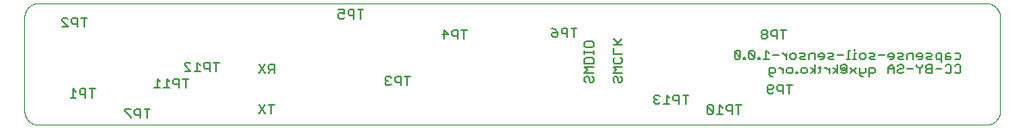
<source format=gbo>
G75*
%MOIN*%
%OFA0B0*%
%FSLAX25Y25*%
%IPPOS*%
%LPD*%
%AMOC8*
5,1,8,0,0,1.08239X$1,22.5*
%
%ADD10C,0.00000*%
%ADD11C,0.00600*%
D10*
X0007412Y0020559D02*
X0374341Y0020559D01*
X0374341Y0020558D02*
X0374488Y0020560D01*
X0374634Y0020566D01*
X0374781Y0020576D01*
X0374927Y0020589D01*
X0375073Y0020607D01*
X0375218Y0020628D01*
X0375362Y0020653D01*
X0375506Y0020683D01*
X0375649Y0020715D01*
X0375791Y0020752D01*
X0375932Y0020793D01*
X0376072Y0020837D01*
X0376211Y0020885D01*
X0376348Y0020936D01*
X0376484Y0020992D01*
X0376619Y0021051D01*
X0376751Y0021113D01*
X0376883Y0021179D01*
X0377012Y0021248D01*
X0377139Y0021321D01*
X0377265Y0021397D01*
X0377388Y0021477D01*
X0377509Y0021560D01*
X0377628Y0021645D01*
X0377745Y0021735D01*
X0377859Y0021827D01*
X0377971Y0021922D01*
X0378080Y0022020D01*
X0378186Y0022121D01*
X0378290Y0022225D01*
X0378391Y0022331D01*
X0378489Y0022440D01*
X0378584Y0022552D01*
X0378676Y0022666D01*
X0378766Y0022783D01*
X0378851Y0022902D01*
X0378934Y0023023D01*
X0379014Y0023146D01*
X0379090Y0023272D01*
X0379163Y0023399D01*
X0379232Y0023528D01*
X0379298Y0023660D01*
X0379360Y0023792D01*
X0379419Y0023927D01*
X0379475Y0024063D01*
X0379526Y0024200D01*
X0379574Y0024339D01*
X0379618Y0024479D01*
X0379659Y0024620D01*
X0379696Y0024762D01*
X0379728Y0024905D01*
X0379758Y0025049D01*
X0379783Y0025193D01*
X0379804Y0025338D01*
X0379822Y0025484D01*
X0379835Y0025630D01*
X0379845Y0025777D01*
X0379851Y0025923D01*
X0379853Y0026070D01*
X0379853Y0062291D01*
X0379851Y0062438D01*
X0379845Y0062584D01*
X0379835Y0062731D01*
X0379822Y0062877D01*
X0379804Y0063023D01*
X0379783Y0063168D01*
X0379758Y0063312D01*
X0379728Y0063456D01*
X0379696Y0063599D01*
X0379659Y0063741D01*
X0379618Y0063882D01*
X0379574Y0064022D01*
X0379526Y0064161D01*
X0379475Y0064298D01*
X0379419Y0064434D01*
X0379360Y0064569D01*
X0379298Y0064701D01*
X0379232Y0064833D01*
X0379163Y0064962D01*
X0379090Y0065089D01*
X0379014Y0065215D01*
X0378934Y0065338D01*
X0378851Y0065459D01*
X0378766Y0065578D01*
X0378676Y0065695D01*
X0378584Y0065809D01*
X0378489Y0065921D01*
X0378391Y0066030D01*
X0378290Y0066136D01*
X0378186Y0066240D01*
X0378080Y0066341D01*
X0377971Y0066439D01*
X0377859Y0066534D01*
X0377745Y0066626D01*
X0377628Y0066716D01*
X0377509Y0066801D01*
X0377388Y0066884D01*
X0377265Y0066964D01*
X0377139Y0067040D01*
X0377012Y0067113D01*
X0376883Y0067182D01*
X0376751Y0067248D01*
X0376619Y0067310D01*
X0376484Y0067369D01*
X0376348Y0067425D01*
X0376211Y0067476D01*
X0376072Y0067524D01*
X0375932Y0067568D01*
X0375791Y0067609D01*
X0375649Y0067646D01*
X0375506Y0067678D01*
X0375362Y0067708D01*
X0375218Y0067733D01*
X0375073Y0067754D01*
X0374927Y0067772D01*
X0374781Y0067785D01*
X0374634Y0067795D01*
X0374488Y0067801D01*
X0374341Y0067803D01*
X0007412Y0067803D01*
X0007265Y0067801D01*
X0007119Y0067795D01*
X0006972Y0067785D01*
X0006826Y0067772D01*
X0006680Y0067754D01*
X0006535Y0067733D01*
X0006391Y0067708D01*
X0006247Y0067678D01*
X0006104Y0067646D01*
X0005962Y0067609D01*
X0005821Y0067568D01*
X0005681Y0067524D01*
X0005542Y0067476D01*
X0005405Y0067425D01*
X0005269Y0067369D01*
X0005134Y0067310D01*
X0005002Y0067248D01*
X0004870Y0067182D01*
X0004741Y0067113D01*
X0004614Y0067040D01*
X0004488Y0066964D01*
X0004365Y0066884D01*
X0004244Y0066801D01*
X0004125Y0066716D01*
X0004008Y0066626D01*
X0003894Y0066534D01*
X0003782Y0066439D01*
X0003673Y0066341D01*
X0003567Y0066240D01*
X0003463Y0066136D01*
X0003362Y0066030D01*
X0003264Y0065921D01*
X0003169Y0065809D01*
X0003077Y0065695D01*
X0002987Y0065578D01*
X0002902Y0065459D01*
X0002819Y0065338D01*
X0002739Y0065215D01*
X0002663Y0065089D01*
X0002590Y0064962D01*
X0002521Y0064833D01*
X0002455Y0064701D01*
X0002393Y0064569D01*
X0002334Y0064434D01*
X0002278Y0064298D01*
X0002227Y0064161D01*
X0002179Y0064022D01*
X0002135Y0063882D01*
X0002094Y0063741D01*
X0002057Y0063599D01*
X0002025Y0063456D01*
X0001995Y0063312D01*
X0001970Y0063168D01*
X0001949Y0063023D01*
X0001931Y0062877D01*
X0001918Y0062731D01*
X0001908Y0062584D01*
X0001902Y0062438D01*
X0001900Y0062291D01*
X0001900Y0026070D01*
X0001902Y0025923D01*
X0001908Y0025777D01*
X0001918Y0025630D01*
X0001931Y0025484D01*
X0001949Y0025338D01*
X0001970Y0025193D01*
X0001995Y0025049D01*
X0002025Y0024905D01*
X0002057Y0024762D01*
X0002094Y0024620D01*
X0002135Y0024479D01*
X0002179Y0024339D01*
X0002227Y0024200D01*
X0002278Y0024063D01*
X0002334Y0023927D01*
X0002393Y0023792D01*
X0002455Y0023660D01*
X0002521Y0023528D01*
X0002590Y0023399D01*
X0002663Y0023272D01*
X0002739Y0023146D01*
X0002819Y0023023D01*
X0002902Y0022902D01*
X0002987Y0022783D01*
X0003077Y0022666D01*
X0003169Y0022552D01*
X0003264Y0022440D01*
X0003362Y0022331D01*
X0003463Y0022225D01*
X0003567Y0022121D01*
X0003673Y0022020D01*
X0003782Y0021922D01*
X0003894Y0021827D01*
X0004008Y0021735D01*
X0004125Y0021645D01*
X0004244Y0021560D01*
X0004365Y0021477D01*
X0004488Y0021397D01*
X0004614Y0021321D01*
X0004741Y0021248D01*
X0004870Y0021179D01*
X0005002Y0021113D01*
X0005134Y0021051D01*
X0005269Y0020992D01*
X0005405Y0020936D01*
X0005542Y0020885D01*
X0005681Y0020837D01*
X0005821Y0020793D01*
X0005962Y0020752D01*
X0006104Y0020715D01*
X0006247Y0020683D01*
X0006391Y0020653D01*
X0006535Y0020628D01*
X0006680Y0020607D01*
X0006826Y0020589D01*
X0006972Y0020576D01*
X0007119Y0020566D01*
X0007265Y0020560D01*
X0007412Y0020558D01*
D11*
X0019662Y0031158D02*
X0021931Y0031158D01*
X0020797Y0031158D02*
X0020797Y0034561D01*
X0021931Y0033426D01*
X0023345Y0032859D02*
X0023913Y0032292D01*
X0025614Y0032292D01*
X0025614Y0031158D02*
X0025614Y0034561D01*
X0023913Y0034561D01*
X0023345Y0033994D01*
X0023345Y0032859D01*
X0028163Y0031158D02*
X0028163Y0034561D01*
X0029297Y0034561D02*
X0027029Y0034561D01*
X0040922Y0026687D02*
X0040922Y0026120D01*
X0043191Y0023851D01*
X0043191Y0023284D01*
X0044605Y0024985D02*
X0045172Y0024418D01*
X0046874Y0024418D01*
X0046874Y0023284D02*
X0046874Y0026687D01*
X0045172Y0026687D01*
X0044605Y0026120D01*
X0044605Y0024985D01*
X0043191Y0026687D02*
X0040922Y0026687D01*
X0048288Y0026687D02*
X0050557Y0026687D01*
X0049423Y0026687D02*
X0049423Y0023284D01*
X0052200Y0035095D02*
X0054468Y0035095D01*
X0053334Y0035095D02*
X0053334Y0038498D01*
X0054468Y0037363D01*
X0057017Y0038498D02*
X0057017Y0035095D01*
X0058151Y0035095D02*
X0055883Y0035095D01*
X0059566Y0036796D02*
X0060133Y0036229D01*
X0061835Y0036229D01*
X0061835Y0035095D02*
X0061835Y0038498D01*
X0060133Y0038498D01*
X0059566Y0037931D01*
X0059566Y0036796D01*
X0058151Y0037363D02*
X0057017Y0038498D01*
X0063249Y0038498D02*
X0065518Y0038498D01*
X0064383Y0038498D02*
X0064383Y0035095D01*
X0064011Y0041394D02*
X0066279Y0041394D01*
X0064011Y0043663D01*
X0064011Y0044230D01*
X0064578Y0044797D01*
X0065712Y0044797D01*
X0066279Y0044230D01*
X0068828Y0044797D02*
X0068828Y0041394D01*
X0069962Y0041394D02*
X0067694Y0041394D01*
X0069962Y0043663D02*
X0068828Y0044797D01*
X0071377Y0044230D02*
X0071377Y0043096D01*
X0071944Y0042528D01*
X0073646Y0042528D01*
X0073646Y0041394D02*
X0073646Y0044797D01*
X0071944Y0044797D01*
X0071377Y0044230D01*
X0075060Y0044797D02*
X0077329Y0044797D01*
X0076194Y0044797D02*
X0076194Y0041394D01*
X0092775Y0040744D02*
X0095043Y0044147D01*
X0096458Y0043580D02*
X0096458Y0042446D01*
X0097025Y0041879D01*
X0098726Y0041879D01*
X0097592Y0041879D02*
X0096458Y0040744D01*
X0095043Y0040744D02*
X0092775Y0044147D01*
X0096458Y0043580D02*
X0097025Y0044147D01*
X0098726Y0044147D01*
X0098726Y0040744D01*
X0098726Y0028399D02*
X0096458Y0028399D01*
X0097592Y0028399D02*
X0097592Y0024996D01*
X0095043Y0024996D02*
X0092775Y0028399D01*
X0095043Y0028399D02*
X0092775Y0024996D01*
X0141710Y0036449D02*
X0142277Y0035882D01*
X0143411Y0035882D01*
X0143978Y0036449D01*
X0142844Y0037584D02*
X0142277Y0037584D01*
X0141710Y0037017D01*
X0141710Y0036449D01*
X0142277Y0037584D02*
X0141710Y0038151D01*
X0141710Y0038718D01*
X0142277Y0039285D01*
X0143411Y0039285D01*
X0143978Y0038718D01*
X0145393Y0038718D02*
X0145393Y0037584D01*
X0145960Y0037017D01*
X0147661Y0037017D01*
X0147661Y0035882D02*
X0147661Y0039285D01*
X0145960Y0039285D01*
X0145393Y0038718D01*
X0149076Y0039285D02*
X0151344Y0039285D01*
X0150210Y0039285D02*
X0150210Y0035882D01*
X0164324Y0053993D02*
X0164324Y0057395D01*
X0166025Y0055694D01*
X0163757Y0055694D01*
X0167440Y0055694D02*
X0167440Y0056828D01*
X0168007Y0057395D01*
X0169709Y0057395D01*
X0169709Y0053993D01*
X0169709Y0055127D02*
X0168007Y0055127D01*
X0167440Y0055694D01*
X0171123Y0057395D02*
X0173392Y0057395D01*
X0172257Y0057395D02*
X0172257Y0053993D01*
X0206277Y0055347D02*
X0206277Y0055914D01*
X0206844Y0056481D01*
X0208545Y0056481D01*
X0208545Y0055347D01*
X0207978Y0054780D01*
X0206844Y0054780D01*
X0206277Y0055347D01*
X0208545Y0056481D02*
X0207411Y0057616D01*
X0206277Y0058183D01*
X0209960Y0057616D02*
X0209960Y0056481D01*
X0210527Y0055914D01*
X0212228Y0055914D01*
X0212228Y0054780D02*
X0212228Y0058183D01*
X0210527Y0058183D01*
X0209960Y0057616D01*
X0213643Y0058183D02*
X0215911Y0058183D01*
X0214777Y0058183D02*
X0214777Y0054780D01*
X0218937Y0052325D02*
X0219504Y0052892D01*
X0221772Y0052892D01*
X0222340Y0052325D01*
X0222340Y0051191D01*
X0221772Y0050623D01*
X0219504Y0050623D01*
X0218937Y0051191D01*
X0218937Y0052325D01*
X0218937Y0049302D02*
X0218937Y0048168D01*
X0218937Y0048735D02*
X0222340Y0048735D01*
X0222340Y0048168D02*
X0222340Y0049302D01*
X0221772Y0046753D02*
X0222340Y0046186D01*
X0222340Y0044485D01*
X0218937Y0044485D01*
X0218937Y0046186D01*
X0219504Y0046753D01*
X0221772Y0046753D01*
X0222340Y0043070D02*
X0218937Y0043070D01*
X0220071Y0041936D01*
X0218937Y0040802D01*
X0222340Y0040802D01*
X0221772Y0039387D02*
X0222340Y0038820D01*
X0222340Y0037686D01*
X0221772Y0037119D01*
X0221205Y0037119D01*
X0220638Y0037686D01*
X0220638Y0038820D01*
X0220071Y0039387D01*
X0219504Y0039387D01*
X0218937Y0038820D01*
X0218937Y0037686D01*
X0219504Y0037119D01*
X0229960Y0037686D02*
X0230527Y0037119D01*
X0229960Y0037686D02*
X0229960Y0038820D01*
X0230527Y0039387D01*
X0231095Y0039387D01*
X0231662Y0038820D01*
X0231662Y0037686D01*
X0232229Y0037119D01*
X0232796Y0037119D01*
X0233363Y0037686D01*
X0233363Y0038820D01*
X0232796Y0039387D01*
X0233363Y0040802D02*
X0229960Y0040802D01*
X0231095Y0041936D01*
X0229960Y0043070D01*
X0233363Y0043070D01*
X0232796Y0044485D02*
X0230527Y0044485D01*
X0229960Y0045052D01*
X0229960Y0046186D01*
X0230527Y0046753D01*
X0229960Y0048168D02*
X0229960Y0050437D01*
X0229960Y0051851D02*
X0233363Y0051851D01*
X0231662Y0052418D02*
X0229960Y0054120D01*
X0231095Y0051851D02*
X0233363Y0054120D01*
X0233363Y0048168D02*
X0229960Y0048168D01*
X0232796Y0046753D02*
X0233363Y0046186D01*
X0233363Y0045052D01*
X0232796Y0044485D01*
X0245900Y0031631D02*
X0245900Y0031064D01*
X0246468Y0030497D01*
X0245900Y0029930D01*
X0245900Y0029363D01*
X0246468Y0028796D01*
X0247602Y0028796D01*
X0248169Y0029363D01*
X0249584Y0028796D02*
X0251852Y0028796D01*
X0250718Y0028796D02*
X0250718Y0032199D01*
X0251852Y0031064D01*
X0253267Y0030497D02*
X0253834Y0029930D01*
X0255535Y0029930D01*
X0255535Y0028796D02*
X0255535Y0032199D01*
X0253834Y0032199D01*
X0253267Y0031631D01*
X0253267Y0030497D01*
X0256950Y0032199D02*
X0259219Y0032199D01*
X0258084Y0032199D02*
X0258084Y0028796D01*
X0266373Y0027694D02*
X0266373Y0025426D01*
X0266940Y0024859D01*
X0268074Y0024859D01*
X0268642Y0025426D01*
X0266373Y0027694D01*
X0266940Y0028262D01*
X0268074Y0028262D01*
X0268642Y0027694D01*
X0268642Y0025426D01*
X0270056Y0024859D02*
X0272325Y0024859D01*
X0271190Y0024859D02*
X0271190Y0028262D01*
X0272325Y0027127D01*
X0273739Y0026560D02*
X0274306Y0025993D01*
X0276008Y0025993D01*
X0276008Y0024859D02*
X0276008Y0028262D01*
X0274306Y0028262D01*
X0273739Y0027694D01*
X0273739Y0026560D01*
X0277422Y0028262D02*
X0279691Y0028262D01*
X0278557Y0028262D02*
X0278557Y0024859D01*
X0289741Y0033300D02*
X0290308Y0032733D01*
X0291443Y0032733D01*
X0292010Y0033300D01*
X0291443Y0034434D02*
X0289741Y0034434D01*
X0289741Y0033300D02*
X0289741Y0035568D01*
X0290308Y0036136D01*
X0291443Y0036136D01*
X0292010Y0035568D01*
X0292010Y0035001D01*
X0291443Y0034434D01*
X0293424Y0034434D02*
X0293991Y0033867D01*
X0295693Y0033867D01*
X0295693Y0032733D02*
X0295693Y0036136D01*
X0293991Y0036136D01*
X0293424Y0035568D01*
X0293424Y0034434D01*
X0297107Y0036136D02*
X0299376Y0036136D01*
X0298242Y0036136D02*
X0298242Y0032733D01*
X0291637Y0039409D02*
X0291070Y0039409D01*
X0290503Y0039977D01*
X0290503Y0042812D01*
X0292204Y0042812D01*
X0292771Y0042245D01*
X0292771Y0041111D01*
X0292204Y0040544D01*
X0290503Y0040544D01*
X0294139Y0042812D02*
X0294706Y0042812D01*
X0295841Y0041678D01*
X0295841Y0040544D02*
X0295841Y0042812D01*
X0297255Y0042245D02*
X0297822Y0042812D01*
X0298957Y0042812D01*
X0299524Y0042245D01*
X0299524Y0041111D01*
X0298957Y0040544D01*
X0297822Y0040544D01*
X0297255Y0041111D01*
X0297255Y0042245D01*
X0300798Y0041111D02*
X0300798Y0040544D01*
X0301365Y0040544D01*
X0301365Y0041111D01*
X0300798Y0041111D01*
X0302780Y0041111D02*
X0302780Y0042245D01*
X0303347Y0042812D01*
X0304481Y0042812D01*
X0305048Y0042245D01*
X0305048Y0041111D01*
X0304481Y0040544D01*
X0303347Y0040544D01*
X0302780Y0041111D01*
X0306416Y0040544D02*
X0308118Y0041678D01*
X0306416Y0042812D01*
X0308118Y0043947D02*
X0308118Y0040544D01*
X0309439Y0040544D02*
X0310006Y0041111D01*
X0310006Y0043379D01*
X0310573Y0042812D02*
X0309439Y0042812D01*
X0311941Y0042812D02*
X0312508Y0042812D01*
X0313642Y0041678D01*
X0313642Y0040544D02*
X0313642Y0042812D01*
X0315010Y0042812D02*
X0316712Y0041678D01*
X0315010Y0040544D01*
X0316712Y0040544D02*
X0316712Y0043947D01*
X0318126Y0043379D02*
X0318126Y0042245D01*
X0318693Y0041678D01*
X0318693Y0042812D01*
X0319828Y0042812D01*
X0319828Y0041678D01*
X0318693Y0041678D01*
X0318126Y0041111D02*
X0318693Y0040544D01*
X0319828Y0040544D01*
X0320395Y0041111D01*
X0320395Y0043379D01*
X0319828Y0043947D01*
X0318693Y0043947D01*
X0318126Y0043379D01*
X0321809Y0042812D02*
X0324078Y0040544D01*
X0325492Y0040544D02*
X0327194Y0040544D01*
X0327761Y0041111D01*
X0327761Y0042812D01*
X0329176Y0042812D02*
X0330877Y0042812D01*
X0331444Y0042245D01*
X0331444Y0041111D01*
X0330877Y0040544D01*
X0329176Y0040544D01*
X0329176Y0039409D02*
X0329176Y0042812D01*
X0325492Y0042812D02*
X0325492Y0039977D01*
X0326060Y0039409D01*
X0326627Y0039409D01*
X0324078Y0042812D02*
X0321809Y0040544D01*
X0336542Y0040544D02*
X0336542Y0042812D01*
X0337676Y0043947D01*
X0338811Y0042812D01*
X0338811Y0040544D01*
X0340225Y0041111D02*
X0340792Y0040544D01*
X0341927Y0040544D01*
X0342494Y0041111D01*
X0341927Y0042245D02*
X0340792Y0042245D01*
X0340225Y0041678D01*
X0340225Y0041111D01*
X0338811Y0042245D02*
X0336542Y0042245D01*
X0340225Y0043379D02*
X0340792Y0043947D01*
X0341927Y0043947D01*
X0342494Y0043379D01*
X0342494Y0042812D01*
X0341927Y0042245D01*
X0343908Y0042245D02*
X0346177Y0042245D01*
X0347591Y0043379D02*
X0347591Y0043947D01*
X0347591Y0043379D02*
X0348726Y0042245D01*
X0348726Y0040544D01*
X0348726Y0042245D02*
X0349860Y0043379D01*
X0349860Y0043947D01*
X0351274Y0043379D02*
X0351274Y0042812D01*
X0351842Y0042245D01*
X0353543Y0042245D01*
X0354958Y0042245D02*
X0357226Y0042245D01*
X0358641Y0041111D02*
X0359208Y0040544D01*
X0360342Y0040544D01*
X0360909Y0041111D01*
X0360909Y0043379D01*
X0360342Y0043947D01*
X0359208Y0043947D01*
X0358641Y0043379D01*
X0357226Y0044921D02*
X0357226Y0048324D01*
X0355525Y0048324D01*
X0354958Y0047757D01*
X0354958Y0046623D01*
X0355525Y0046056D01*
X0357226Y0046056D01*
X0358641Y0046056D02*
X0360342Y0046056D01*
X0360909Y0046623D01*
X0360342Y0047190D01*
X0358641Y0047190D01*
X0358641Y0047757D02*
X0358641Y0046056D01*
X0358641Y0047757D02*
X0359208Y0048324D01*
X0360342Y0048324D01*
X0362324Y0048324D02*
X0364025Y0048324D01*
X0364593Y0047757D01*
X0364593Y0046623D01*
X0364025Y0046056D01*
X0362324Y0046056D01*
X0362891Y0043947D02*
X0364025Y0043947D01*
X0364593Y0043379D01*
X0364593Y0041111D01*
X0364025Y0040544D01*
X0362891Y0040544D01*
X0362324Y0041111D01*
X0362324Y0043379D02*
X0362891Y0043947D01*
X0353543Y0043947D02*
X0353543Y0040544D01*
X0351842Y0040544D01*
X0351274Y0041111D01*
X0351274Y0041678D01*
X0351842Y0042245D01*
X0351274Y0043379D02*
X0351842Y0043947D01*
X0353543Y0043947D01*
X0353543Y0046056D02*
X0351842Y0046056D01*
X0351274Y0046623D01*
X0351842Y0047190D01*
X0352976Y0047190D01*
X0353543Y0047757D01*
X0352976Y0048324D01*
X0351274Y0048324D01*
X0349860Y0047757D02*
X0349293Y0048324D01*
X0348158Y0048324D01*
X0347591Y0047757D01*
X0347591Y0047190D01*
X0349860Y0047190D01*
X0349860Y0046623D02*
X0349860Y0047757D01*
X0349860Y0046623D02*
X0349293Y0046056D01*
X0348158Y0046056D01*
X0346177Y0046056D02*
X0346177Y0048324D01*
X0344475Y0048324D01*
X0343908Y0047757D01*
X0343908Y0046056D01*
X0342494Y0046056D02*
X0340792Y0046056D01*
X0340225Y0046623D01*
X0340792Y0047190D01*
X0341927Y0047190D01*
X0342494Y0047757D01*
X0341927Y0048324D01*
X0340225Y0048324D01*
X0338811Y0047757D02*
X0338243Y0048324D01*
X0337109Y0048324D01*
X0336542Y0047757D01*
X0336542Y0047190D01*
X0338811Y0047190D01*
X0338811Y0046623D02*
X0338811Y0047757D01*
X0338811Y0046623D02*
X0338243Y0046056D01*
X0337109Y0046056D01*
X0335127Y0047757D02*
X0332859Y0047757D01*
X0331444Y0047757D02*
X0330877Y0048324D01*
X0329176Y0048324D01*
X0329743Y0047190D02*
X0330877Y0047190D01*
X0331444Y0047757D01*
X0331444Y0046056D02*
X0329743Y0046056D01*
X0329176Y0046623D01*
X0329743Y0047190D01*
X0327761Y0047757D02*
X0327761Y0046623D01*
X0327194Y0046056D01*
X0326060Y0046056D01*
X0325492Y0046623D01*
X0325492Y0047757D01*
X0326060Y0048324D01*
X0327194Y0048324D01*
X0327761Y0047757D01*
X0324078Y0048324D02*
X0323511Y0048324D01*
X0323511Y0046056D01*
X0324078Y0046056D02*
X0322944Y0046056D01*
X0321623Y0046056D02*
X0320488Y0046056D01*
X0321055Y0046056D02*
X0321055Y0049458D01*
X0321623Y0049458D01*
X0323511Y0049458D02*
X0323511Y0050026D01*
X0319167Y0047757D02*
X0316898Y0047757D01*
X0315484Y0047757D02*
X0314917Y0048324D01*
X0313215Y0048324D01*
X0313782Y0047190D02*
X0314917Y0047190D01*
X0315484Y0047757D01*
X0315484Y0046056D02*
X0313782Y0046056D01*
X0313215Y0046623D01*
X0313782Y0047190D01*
X0311801Y0047190D02*
X0309532Y0047190D01*
X0309532Y0047757D01*
X0310099Y0048324D01*
X0311234Y0048324D01*
X0311801Y0047757D01*
X0311801Y0046623D01*
X0311234Y0046056D01*
X0310099Y0046056D01*
X0308118Y0046056D02*
X0308118Y0048324D01*
X0306416Y0048324D01*
X0305849Y0047757D01*
X0305849Y0046056D01*
X0304434Y0046056D02*
X0302733Y0046056D01*
X0302166Y0046623D01*
X0302733Y0047190D01*
X0303867Y0047190D01*
X0304434Y0047757D01*
X0303867Y0048324D01*
X0302166Y0048324D01*
X0300751Y0047757D02*
X0300751Y0046623D01*
X0300184Y0046056D01*
X0299050Y0046056D01*
X0298483Y0046623D01*
X0298483Y0047757D01*
X0299050Y0048324D01*
X0300184Y0048324D01*
X0300751Y0047757D01*
X0297068Y0048324D02*
X0297068Y0046056D01*
X0297068Y0047190D02*
X0295934Y0048324D01*
X0295367Y0048324D01*
X0293999Y0047757D02*
X0291730Y0047757D01*
X0290316Y0048324D02*
X0289181Y0049458D01*
X0289181Y0046056D01*
X0288047Y0046056D02*
X0290316Y0046056D01*
X0286633Y0046056D02*
X0286065Y0046056D01*
X0286065Y0046623D01*
X0286633Y0046623D01*
X0286633Y0046056D01*
X0284791Y0046623D02*
X0282522Y0048891D01*
X0282522Y0046623D01*
X0283090Y0046056D01*
X0284224Y0046056D01*
X0284791Y0046623D01*
X0284791Y0048891D01*
X0284224Y0049458D01*
X0283090Y0049458D01*
X0282522Y0048891D01*
X0279266Y0048891D02*
X0278699Y0049458D01*
X0277565Y0049458D01*
X0276998Y0048891D01*
X0279266Y0046623D01*
X0278699Y0046056D01*
X0277565Y0046056D01*
X0276998Y0046623D01*
X0276998Y0048891D01*
X0279266Y0048891D02*
X0279266Y0046623D01*
X0280541Y0046623D02*
X0280541Y0046056D01*
X0281108Y0046056D01*
X0281108Y0046623D01*
X0280541Y0046623D01*
X0287946Y0053993D02*
X0289080Y0053993D01*
X0289647Y0054560D01*
X0289647Y0055127D01*
X0289080Y0055694D01*
X0287946Y0055694D01*
X0287379Y0055127D01*
X0287379Y0054560D01*
X0287946Y0053993D01*
X0287946Y0055694D02*
X0287379Y0056261D01*
X0287379Y0056828D01*
X0287946Y0057395D01*
X0289080Y0057395D01*
X0289647Y0056828D01*
X0289647Y0056261D01*
X0289080Y0055694D01*
X0291062Y0055694D02*
X0291062Y0056828D01*
X0291629Y0057395D01*
X0293331Y0057395D01*
X0293331Y0053993D01*
X0293331Y0055127D02*
X0291629Y0055127D01*
X0291062Y0055694D01*
X0294745Y0057395D02*
X0297014Y0057395D01*
X0295879Y0057395D02*
X0295879Y0053993D01*
X0248169Y0031631D02*
X0247602Y0032199D01*
X0246468Y0032199D01*
X0245900Y0031631D01*
X0246468Y0030497D02*
X0247035Y0030497D01*
X0133234Y0065269D02*
X0130966Y0065269D01*
X0132100Y0065269D02*
X0132100Y0061867D01*
X0129551Y0061867D02*
X0129551Y0065269D01*
X0127850Y0065269D01*
X0127283Y0064702D01*
X0127283Y0063568D01*
X0127850Y0063001D01*
X0129551Y0063001D01*
X0125868Y0063568D02*
X0124734Y0064135D01*
X0124167Y0064135D01*
X0123599Y0063568D01*
X0123599Y0062434D01*
X0124167Y0061867D01*
X0125301Y0061867D01*
X0125868Y0062434D01*
X0125868Y0063568D02*
X0125868Y0065269D01*
X0123599Y0065269D01*
X0026148Y0062120D02*
X0023879Y0062120D01*
X0025013Y0062120D02*
X0025013Y0058717D01*
X0022464Y0058717D02*
X0022464Y0062120D01*
X0020763Y0062120D01*
X0020196Y0061553D01*
X0020196Y0060418D01*
X0020763Y0059851D01*
X0022464Y0059851D01*
X0018781Y0058717D02*
X0016513Y0060986D01*
X0016513Y0061553D01*
X0017080Y0062120D01*
X0018214Y0062120D01*
X0018781Y0061553D01*
X0018781Y0058717D02*
X0016513Y0058717D01*
M02*

</source>
